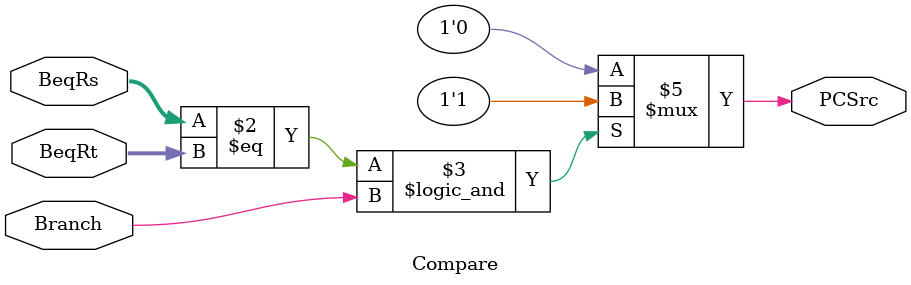
<source format=v>
`timescale 1ns / 1ps


module Compare(                  //BranchµÄÓëÔËËã°üº¬ÔÚCompareÖÐ
    input [31:0]BeqRs,
    input [31:0]BeqRt,
    input Branch,
    output reg PCSrc
);
    always@(*) begin
        if(BeqRs == BeqRt && Branch) begin
            PCSrc = 1;
        end
        else begin
            PCSrc = 0;
        end
    end

endmodule
</source>
